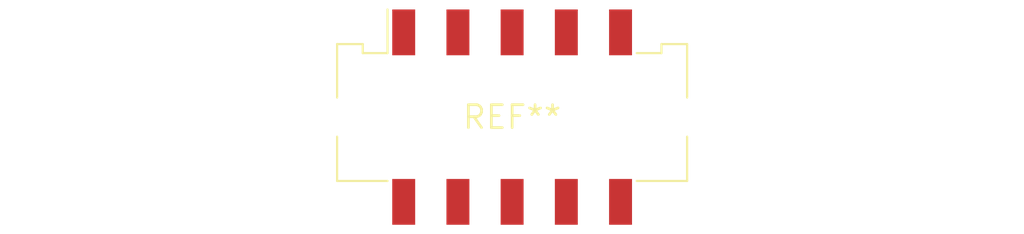
<source format=kicad_pcb>
(kicad_pcb (version 20240108) (generator pcbnew)
  (layers (0 "F.Cu" signal) (31 "B.Cu" signal) (34 "B.Paste" user) (35 "F.Paste" user) (36 "B.SilkS" user "B.Silkscreen") (37 "F.SilkS" user "F.Silkscreen") (38 "B.Mask" user) (39 "F.Mask" user) (44 "Edge.Cuts" user))
  (net 0 "")
  (footprint "Molex_Micro-Fit_3.0_43045-1015_2x05_P3.00mm_Vertical" (layer "F.Cu") (at 0 0)
    (property "Reference" "REF**")
    (property "Value" "Molex_Micro-Fit_3.0_43045-1015_2x05_P3.00mm_Vertical")
    (fp_line (start -9.685 -4.05) (end -8.265 -4.05) (layer "F.SilkS") (stroke (width 0.12)))
    (fp_line (start -9.685 -1.085) (end -9.685 -4.05) (layer "F.SilkS") (stroke (width 0.12)))
    (fp_line (start -9.685 1.085) (end -9.685 3.54) (layer "F.SilkS") (stroke (width 0.12)))
    (fp_line (start -9.685 3.54) (end -6.895 3.54) (layer "F.SilkS") (stroke (width 0.12)))
    (fp_line (start -8.265 -4.05) (end -8.265 -3.55) (layer "F.SilkS") (stroke (width 0.12)))
    (fp_line (start -8.265 -3.55) (end -6.895 -3.55) (layer "F.SilkS") (stroke (width 0.12)))
    (fp_line (start -6.895 -3.55) (end -6.895 -5.97) (layer "F.SilkS") (stroke (width 0.12)))
    (fp_line (start 8.265 -4.05) (end 8.265 -3.55) (layer "F.SilkS") (stroke (width 0.12)))
    (fp_line (start 8.265 -3.55) (end 6.895 -3.55) (layer "F.SilkS") (stroke (width 0.12)))
    (fp_line (start 9.685 -4.05) (end 8.265 -4.05) (layer "F.SilkS") (stroke (width 0.12)))
    (fp_line (start 9.685 -1.085) (end 9.685 -4.05) (layer "F.SilkS") (stroke (width 0.12)))
    (fp_line (start 9.685 1.085) (end 9.685 3.54) (layer "F.SilkS") (stroke (width 0.12)))
    (fp_line (start 9.685 3.54) (end 6.895 3.54) (layer "F.SilkS") (stroke (width 0.12)))
    (pad "" np_thru_hole circle (at -8.15 0) (size 2.41 2.41) (drill 2.41) (layers *.Cu *.Mask))
    (pad "" np_thru_hole circle (at 8.15 0) (size 2.41 2.41) (drill 2.41) (layers *.Cu *.Mask))
    (pad "1" smd rect (at -6 -4.7) (size 1.27 2.54) (layers "F.Cu" "F.Paste" "F.Mask"))
    (pad "2" smd rect (at -3 -4.7) (size 1.27 2.54) (layers "F.Cu" "F.Paste" "F.Mask"))
    (pad "3" smd rect (at 0 -4.7) (size 1.27 2.54) (layers "F.Cu" "F.Paste" "F.Mask"))
    (pad "4" smd rect (at 3 -4.7) (size 1.27 2.54) (layers "F.Cu" "F.Paste" "F.Mask"))
    (pad "5" smd rect (at 6 -4.7) (size 1.27 2.54) (layers "F.Cu" "F.Paste" "F.Mask"))
    (pad "6" smd rect (at -6 4.7) (size 1.27 2.54) (layers "F.Cu" "F.Paste" "F.Mask"))
    (pad "7" smd rect (at -3 4.7) (size 1.27 2.54) (layers "F.Cu" "F.Paste" "F.Mask"))
    (pad "8" smd rect (at 0 4.7) (size 1.27 2.54) (layers "F.Cu" "F.Paste" "F.Mask"))
    (pad "9" smd rect (at 3 4.7) (size 1.27 2.54) (layers "F.Cu" "F.Paste" "F.Mask"))
    (pad "10" smd rect (at 6 4.7) (size 1.27 2.54) (layers "F.Cu" "F.Paste" "F.Mask"))
  )
)
</source>
